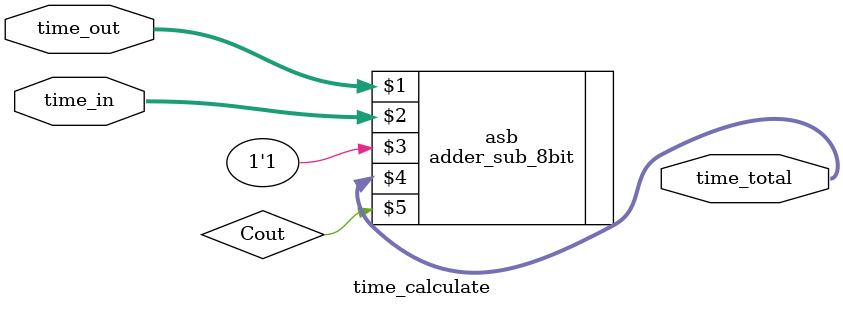
<source format=v>
/*--  *******************************************************
--  Computer Architecture Course, Laboratory Sources 
--  Amirkabir University of Technology (Tehran Polytechnic)
--  Department of Computer Engineering (CE-AUT)
--  https://ce[dot]aut[dot]ac[dot]ir
--  *******************************************************
--  All Rights reserved (C) 2021-2022
--  *******************************************************
--  Student ID  : 9931078 9931072
--  Student Name: Kimia Montazeri & Sina Shariati
--  Student Mail: kimia.mtz@gmail.com sina.shariati@aut.ac.ir
--  *******************************************************
--  Additional Comments:
--
--*/

/*-----------------------------------------------------------
---  Module Name: time_calculate
-----------------------------------------------------------*/
`timescale 1 ns/1 ns
`include "adder_sub_8bit.v"
module time_calculate(time_out, time_in, time_total);
    input [7:0] time_out;
    input [7:0] time_in;
    output [7:0] time_total;
    wire Cout;

    adder_sub_8bit asb(time_out, time_in, 1'b1, time_total, Cout); // sel = 1 ~> subtract
endmodule
</source>
